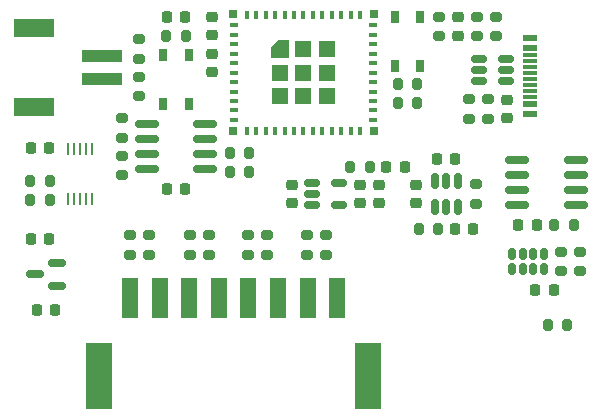
<source format=gbr>
%TF.GenerationSoftware,KiCad,Pcbnew,9.0.5*%
%TF.CreationDate,2025-11-01T17:51:25+01:00*%
%TF.ProjectId,TechBird_SmartTemp,54656368-4269-4726-945f-536d61727454,rev?*%
%TF.SameCoordinates,Original*%
%TF.FileFunction,Paste,Top*%
%TF.FilePolarity,Positive*%
%FSLAX46Y46*%
G04 Gerber Fmt 4.6, Leading zero omitted, Abs format (unit mm)*
G04 Created by KiCad (PCBNEW 9.0.5) date 2025-11-01 17:51:25*
%MOMM*%
%LPD*%
G01*
G04 APERTURE LIST*
G04 Aperture macros list*
%AMRoundRect*
0 Rectangle with rounded corners*
0 $1 Rounding radius*
0 $2 $3 $4 $5 $6 $7 $8 $9 X,Y pos of 4 corners*
0 Add a 4 corners polygon primitive as box body*
4,1,4,$2,$3,$4,$5,$6,$7,$8,$9,$2,$3,0*
0 Add four circle primitives for the rounded corners*
1,1,$1+$1,$2,$3*
1,1,$1+$1,$4,$5*
1,1,$1+$1,$6,$7*
1,1,$1+$1,$8,$9*
0 Add four rect primitives between the rounded corners*
20,1,$1+$1,$2,$3,$4,$5,0*
20,1,$1+$1,$4,$5,$6,$7,0*
20,1,$1+$1,$6,$7,$8,$9,0*
20,1,$1+$1,$8,$9,$2,$3,0*%
%AMOutline5P*
0 Free polygon, 5 corners , with rotation*
0 The origin of the aperture is its center*
0 number of corners: always 5*
0 $1 to $10 corner X, Y*
0 $11 Rotation angle, in degrees counterclockwise*
0 create outline with 5 corners*
4,1,5,$1,$2,$3,$4,$5,$6,$7,$8,$9,$10,$1,$2,$11*%
%AMOutline6P*
0 Free polygon, 6 corners , with rotation*
0 The origin of the aperture is its center*
0 number of corners: always 6*
0 $1 to $12 corner X, Y*
0 $13 Rotation angle, in degrees counterclockwise*
0 create outline with 6 corners*
4,1,6,$1,$2,$3,$4,$5,$6,$7,$8,$9,$10,$11,$12,$1,$2,$13*%
%AMOutline7P*
0 Free polygon, 7 corners , with rotation*
0 The origin of the aperture is its center*
0 number of corners: always 7*
0 $1 to $14 corner X, Y*
0 $15 Rotation angle, in degrees counterclockwise*
0 create outline with 7 corners*
4,1,7,$1,$2,$3,$4,$5,$6,$7,$8,$9,$10,$11,$12,$13,$14,$1,$2,$15*%
%AMOutline8P*
0 Free polygon, 8 corners , with rotation*
0 The origin of the aperture is its center*
0 number of corners: always 8*
0 $1 to $16 corner X, Y*
0 $17 Rotation angle, in degrees counterclockwise*
0 create outline with 8 corners*
4,1,8,$1,$2,$3,$4,$5,$6,$7,$8,$9,$10,$11,$12,$13,$14,$15,$16,$1,$2,$17*%
G04 Aperture macros list end*
%ADD10RoundRect,0.150000X0.587500X0.150000X-0.587500X0.150000X-0.587500X-0.150000X0.587500X-0.150000X0*%
%ADD11R,0.650000X1.050000*%
%ADD12RoundRect,0.225000X0.225000X0.250000X-0.225000X0.250000X-0.225000X-0.250000X0.225000X-0.250000X0*%
%ADD13RoundRect,0.200000X0.200000X0.275000X-0.200000X0.275000X-0.200000X-0.275000X0.200000X-0.275000X0*%
%ADD14RoundRect,0.150000X-0.512500X-0.150000X0.512500X-0.150000X0.512500X0.150000X-0.512500X0.150000X0*%
%ADD15RoundRect,0.225000X-0.225000X-0.250000X0.225000X-0.250000X0.225000X0.250000X-0.225000X0.250000X0*%
%ADD16R,1.400000X3.400000*%
%ADD17R,2.300000X5.600000*%
%ADD18RoundRect,0.200000X-0.275000X0.200000X-0.275000X-0.200000X0.275000X-0.200000X0.275000X0.200000X0*%
%ADD19RoundRect,0.200000X0.275000X-0.200000X0.275000X0.200000X-0.275000X0.200000X-0.275000X-0.200000X0*%
%ADD20RoundRect,0.225000X-0.250000X0.225000X-0.250000X-0.225000X0.250000X-0.225000X0.250000X0.225000X0*%
%ADD21RoundRect,0.162500X-0.162500X0.312500X-0.162500X-0.312500X0.162500X-0.312500X0.162500X0.312500X0*%
%ADD22RoundRect,0.200000X-0.200000X-0.275000X0.200000X-0.275000X0.200000X0.275000X-0.200000X0.275000X0*%
%ADD23RoundRect,0.150000X-0.825000X-0.150000X0.825000X-0.150000X0.825000X0.150000X-0.825000X0.150000X0*%
%ADD24R,3.500000X1.000000*%
%ADD25R,3.400000X1.500000*%
%ADD26RoundRect,0.150000X0.825000X0.150000X-0.825000X0.150000X-0.825000X-0.150000X0.825000X-0.150000X0*%
%ADD27RoundRect,0.218750X0.218750X0.256250X-0.218750X0.256250X-0.218750X-0.256250X0.218750X-0.256250X0*%
%ADD28RoundRect,0.225000X0.250000X-0.225000X0.250000X0.225000X-0.250000X0.225000X-0.250000X-0.225000X0*%
%ADD29R,0.250000X1.100000*%
%ADD30R,1.240000X0.600000*%
%ADD31R,1.240000X0.300000*%
%ADD32RoundRect,0.218750X0.256250X-0.218750X0.256250X0.218750X-0.256250X0.218750X-0.256250X-0.218750X0*%
%ADD33R,0.800000X0.400000*%
%ADD34R,0.400000X0.800000*%
%ADD35Outline5P,-0.725000X0.130500X-0.130500X0.725000X0.725000X0.725000X0.725000X-0.725000X-0.725000X-0.725000X0.000000*%
%ADD36R,1.450000X1.450000*%
%ADD37R,0.700000X0.700000*%
%ADD38RoundRect,0.150000X0.150000X-0.512500X0.150000X0.512500X-0.150000X0.512500X-0.150000X-0.512500X0*%
G04 APERTURE END LIST*
D10*
%TO.C,U5*%
X93137500Y-86250000D03*
X93137500Y-84350000D03*
X91262499Y-85300000D03*
%TD*%
D11*
%TO.C,SW1*%
X104275000Y-66725000D03*
X104275000Y-70875000D03*
X102125000Y-66725000D03*
X102125000Y-70850000D03*
%TD*%
D12*
%TO.C,C12*%
X103975000Y-78070000D03*
X102425000Y-78070000D03*
%TD*%
D13*
%TO.C,R6*%
X104025000Y-65100000D03*
X102375000Y-65100000D03*
%TD*%
D14*
%TO.C,U1*%
X128852500Y-67050001D03*
X128852500Y-68000000D03*
X128852500Y-68949999D03*
X131127500Y-68949999D03*
X131127500Y-68000000D03*
X131127500Y-67050001D03*
%TD*%
D13*
%TO.C,R27*%
X136325000Y-89600000D03*
X134675000Y-89600000D03*
%TD*%
D15*
%TO.C,C11*%
X90925000Y-82300000D03*
X92475000Y-82300000D03*
%TD*%
D16*
%TO.C,J3*%
X99350000Y-87300000D03*
X101850000Y-87300000D03*
X104350000Y-87300000D03*
X106850000Y-87300000D03*
X109350000Y-87300000D03*
X111850000Y-87300000D03*
X114350000Y-87300000D03*
X116850000Y-87300000D03*
D17*
X96700000Y-93900000D03*
X119500000Y-93900000D03*
%TD*%
D12*
%TO.C,C2*%
X133755001Y-81100000D03*
X132205001Y-81100000D03*
%TD*%
D18*
%TO.C,R5*%
X99300000Y-81975000D03*
X99300000Y-83625000D03*
%TD*%
%TO.C,R24*%
X114300000Y-81975000D03*
X114300000Y-83625000D03*
%TD*%
D19*
%TO.C,R11*%
X137400000Y-85025000D03*
X137400000Y-83375000D03*
%TD*%
D13*
%TO.C,R9*%
X109425000Y-76600000D03*
X107775000Y-76600000D03*
%TD*%
D20*
%TO.C,C9*%
X106300000Y-66625000D03*
X106300000Y-68175000D03*
%TD*%
D21*
%TO.C,U7*%
X134350000Y-83550000D03*
X133450000Y-83550001D03*
X132550000Y-83550001D03*
X131650000Y-83550000D03*
X131650000Y-84850000D03*
X132550000Y-84849999D03*
X133450000Y-84849999D03*
X134350000Y-84850000D03*
%TD*%
D13*
%TO.C,R12*%
X123650000Y-70800000D03*
X122000000Y-70800000D03*
%TD*%
D22*
%TO.C,R20*%
X117975000Y-76200000D03*
X119625000Y-76200000D03*
%TD*%
D23*
%TO.C,U8*%
X100725000Y-72595000D03*
X100725000Y-73865000D03*
X100725000Y-75135000D03*
X100725000Y-76405000D03*
X105675000Y-76405000D03*
X105675000Y-75135000D03*
X105675000Y-73865000D03*
X105675000Y-72595000D03*
%TD*%
D22*
%TO.C,R17*%
X90875000Y-77400000D03*
X92525000Y-77400000D03*
%TD*%
D24*
%TO.C,J2*%
X96975000Y-66800000D03*
X96975000Y-68800000D03*
D25*
X91225000Y-64450000D03*
X91225000Y-71150000D03*
%TD*%
D20*
%TO.C,C6*%
X118800000Y-77725001D03*
X118800000Y-79275001D03*
%TD*%
D26*
%TO.C,U2*%
X137075000Y-79405000D03*
X137075000Y-78135000D03*
X137075000Y-76865000D03*
X137075000Y-75595000D03*
X132125000Y-75595000D03*
X132125000Y-76865000D03*
X132125000Y-78135000D03*
X132125000Y-79405000D03*
%TD*%
D18*
%TO.C,R23*%
X109300000Y-81975000D03*
X109300000Y-83625000D03*
%TD*%
D19*
%TO.C,R10*%
X125500000Y-65125000D03*
X125500000Y-63475000D03*
%TD*%
D13*
%TO.C,R19*%
X123625000Y-69200000D03*
X121975000Y-69200000D03*
%TD*%
D19*
%TO.C,R21*%
X129600000Y-72125000D03*
X129600000Y-70475000D03*
%TD*%
D22*
%TO.C,R13*%
X135245001Y-81100000D03*
X136895001Y-81100000D03*
%TD*%
%TO.C,R18*%
X90875000Y-79000000D03*
X92525000Y-79000000D03*
%TD*%
D18*
%TO.C,R7*%
X104400000Y-81975000D03*
X104400000Y-83625000D03*
%TD*%
D19*
%TO.C,R26*%
X130300000Y-65125000D03*
X130300000Y-63475000D03*
%TD*%
D15*
%TO.C,C3*%
X125325000Y-75537500D03*
X126875000Y-75537500D03*
%TD*%
D18*
%TO.C,R29*%
X106000000Y-81975000D03*
X106000000Y-83625000D03*
%TD*%
D22*
%TO.C,R1*%
X123775000Y-81437500D03*
X125425000Y-81437500D03*
%TD*%
D14*
%TO.C,U4*%
X114762500Y-77550001D03*
X114762500Y-78500000D03*
X114762500Y-79449999D03*
X117037500Y-79449999D03*
X117037500Y-77550001D03*
%TD*%
D13*
%TO.C,R8*%
X109425000Y-75000000D03*
X107775000Y-75000000D03*
%TD*%
D27*
%TO.C,D1*%
X128387501Y-81437500D03*
X126812499Y-81437500D03*
%TD*%
D12*
%TO.C,C13*%
X135175000Y-86600000D03*
X133625000Y-86600000D03*
%TD*%
D28*
%TO.C,C4*%
X123550000Y-79275000D03*
X123550000Y-77725000D03*
%TD*%
D15*
%TO.C,C18*%
X102425000Y-63500000D03*
X103975000Y-63500000D03*
%TD*%
D18*
%TO.C,R22*%
X128000000Y-70475000D03*
X128000000Y-72125000D03*
%TD*%
%TO.C,R4*%
X100100000Y-68575000D03*
X100100000Y-70225000D03*
%TD*%
D12*
%TO.C,C10*%
X92975000Y-88300000D03*
X91425000Y-88300000D03*
%TD*%
D27*
%TO.C,D3*%
X122587501Y-76200000D03*
X121012499Y-76200000D03*
%TD*%
D29*
%TO.C,U9*%
X94100000Y-78950000D03*
X94600000Y-78950000D03*
X95100000Y-78950001D03*
X95600000Y-78950000D03*
X96100000Y-78950000D03*
X96100000Y-74650000D03*
X95600000Y-74650000D03*
X95100000Y-74649999D03*
X94600000Y-74650000D03*
X94100000Y-74650000D03*
%TD*%
D15*
%TO.C,C14*%
X90925000Y-74600000D03*
X92475000Y-74600000D03*
%TD*%
D18*
%TO.C,R3*%
X128650001Y-77675000D03*
X128650001Y-79325000D03*
%TD*%
D20*
%TO.C,C5*%
X113000000Y-77725003D03*
X113000000Y-79275003D03*
%TD*%
D18*
%TO.C,R30*%
X110900000Y-81975000D03*
X110900000Y-83625000D03*
%TD*%
D28*
%TO.C,C1*%
X131200000Y-72075000D03*
X131200000Y-70525000D03*
%TD*%
D20*
%TO.C,C7*%
X120400000Y-77725003D03*
X120400000Y-79275003D03*
%TD*%
D30*
%TO.C,J1*%
X133175000Y-71700000D03*
X133175000Y-70900000D03*
D31*
X133175000Y-69750000D03*
X133175000Y-68750000D03*
X133175000Y-68250000D03*
X133175000Y-67250000D03*
D30*
X133175000Y-66100000D03*
X133175000Y-65300000D03*
X133175000Y-65300000D03*
X133175000Y-66100000D03*
D31*
X133175000Y-66750000D03*
X133175000Y-67750000D03*
X133175000Y-69250000D03*
X133175000Y-70250000D03*
D30*
X133175000Y-70900000D03*
X133175000Y-71700000D03*
%TD*%
D18*
%TO.C,R15*%
X98600000Y-72075000D03*
X98600000Y-73725000D03*
%TD*%
D28*
%TO.C,C8*%
X106300000Y-65075000D03*
X106300000Y-63525000D03*
%TD*%
D18*
%TO.C,R2*%
X100100000Y-65375000D03*
X100100000Y-67025000D03*
%TD*%
%TO.C,R31*%
X115900000Y-81975000D03*
X115900000Y-83625000D03*
%TD*%
D19*
%TO.C,R14*%
X135800000Y-85025000D03*
X135800000Y-83375000D03*
%TD*%
D18*
%TO.C,R16*%
X98600000Y-75275000D03*
X98600000Y-76925000D03*
%TD*%
%TO.C,R28*%
X100900000Y-81975000D03*
X100900000Y-83625000D03*
%TD*%
D32*
%TO.C,D2*%
X127100000Y-65087501D03*
X127100000Y-63512499D03*
%TD*%
D33*
%TO.C,U6*%
X108100000Y-64225000D03*
X108100000Y-65025000D03*
X108100000Y-65825000D03*
X108100000Y-66625000D03*
X108100000Y-67425000D03*
X108100000Y-68225000D03*
X108100000Y-69025000D03*
X108100000Y-69825000D03*
X108100000Y-70625000D03*
X108100000Y-71425000D03*
X108100000Y-72225000D03*
D34*
X109200000Y-73125000D03*
X110000000Y-73125000D03*
X110800000Y-73125000D03*
X111600000Y-73125000D03*
X112400000Y-73125000D03*
X113200000Y-73125000D03*
X114000000Y-73125000D03*
X114800000Y-73125000D03*
X115600000Y-73125000D03*
X116400000Y-73125000D03*
X117200000Y-73125000D03*
X118000000Y-73125000D03*
X118800000Y-73125000D03*
D33*
X119900000Y-72225000D03*
X119900000Y-71425000D03*
X119900000Y-70625000D03*
X119900000Y-69825000D03*
X119900000Y-69025000D03*
X119900000Y-68225000D03*
X119900000Y-67425000D03*
X119900000Y-66625000D03*
X119900000Y-65825000D03*
X119900000Y-65025000D03*
X119900000Y-64225000D03*
D34*
X118800000Y-63325000D03*
X118000000Y-63325000D03*
X117200000Y-63325000D03*
X116400000Y-63325000D03*
X115600000Y-63325000D03*
X114800000Y-63325000D03*
X114000000Y-63325000D03*
X113200000Y-63325000D03*
X112400000Y-63325000D03*
X111600000Y-63325000D03*
X110800000Y-63325000D03*
X110000000Y-63325000D03*
X109200000Y-63325000D03*
D35*
X112025000Y-66250000D03*
D36*
X112025000Y-68225000D03*
X112025000Y-70200000D03*
X114000000Y-66250000D03*
X114000000Y-68225000D03*
X114000000Y-70200000D03*
X115975000Y-66250000D03*
X115975000Y-68225000D03*
X115975000Y-70200000D03*
D37*
X119950000Y-63275000D03*
X119950000Y-73175000D03*
X108050000Y-73175000D03*
X108050000Y-63275000D03*
%TD*%
D38*
%TO.C,U3*%
X125150001Y-79637500D03*
X126100000Y-79637500D03*
X127049999Y-79637500D03*
X127049999Y-77362500D03*
X126100000Y-77362500D03*
X125150001Y-77362500D03*
%TD*%
D19*
%TO.C,R25*%
X128700000Y-65125000D03*
X128700000Y-63475000D03*
%TD*%
D11*
%TO.C,SW2*%
X123875000Y-63525000D03*
X123875000Y-67675000D03*
X121725000Y-63525000D03*
X121725000Y-67650000D03*
%TD*%
M02*

</source>
